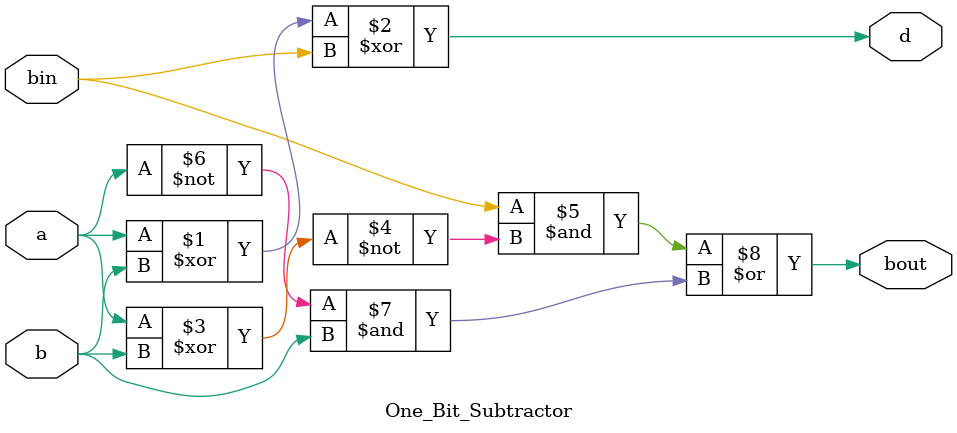
<source format=v>
`timescale 1ns / 1ps


module One_Bit_Subtractor(
    input a,b,bin,
    output d,bout
    );
    
    assign d = (a ^ b) ^ bin;
    assign bout = bin & ~(a ^ b) | (~a & b);
endmodule

</source>
